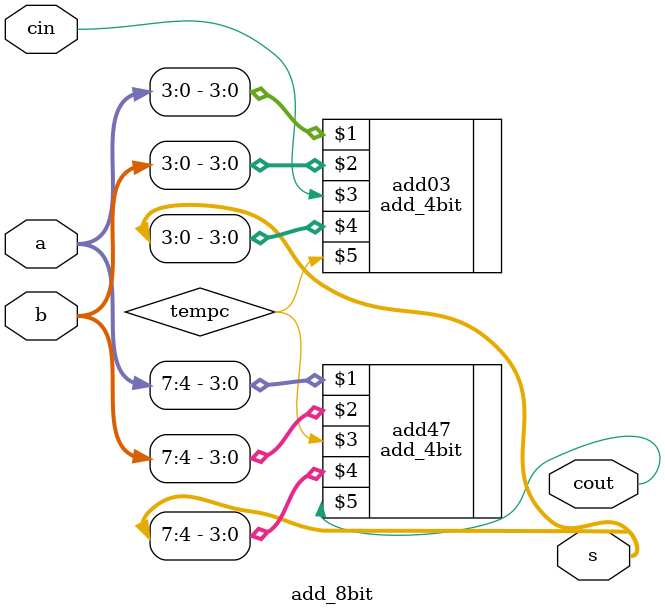
<source format=v>
module add_8bit
(
	input [7:0] a, b,
	input cin,
	output [7:0] s,
	output cout
);
	
	wire tempc;
	
	add_4bit add03(a[3:0], b[3:0], cin, s[3:0], tempc);
	add_4bit add47(a[7:4], b[7:4], tempc, s[7:4], cout);

endmodule

</source>
